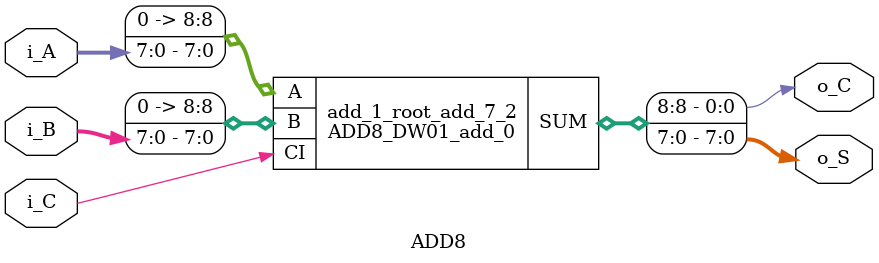
<source format=v>


module ADD8_DW01_add_0 ( A, B, CI, SUM, CO );
  input [8:0] A;
  input [8:0] B;
  output [8:0] SUM;
  input CI;
  output CO;

  wire   [8:1] carry;

  FA_X1 U1_7 ( .A(A[7]), .B(B[7]), .CI(carry[7]), .CO(SUM[8]), .S(SUM[7]) );
  FA_X1 U1_6 ( .A(A[6]), .B(B[6]), .CI(carry[6]), .CO(carry[7]), .S(SUM[6]) );
  FA_X1 U1_5 ( .A(A[5]), .B(B[5]), .CI(carry[5]), .CO(carry[6]), .S(SUM[5]) );
  FA_X1 U1_4 ( .A(A[4]), .B(B[4]), .CI(carry[4]), .CO(carry[5]), .S(SUM[4]) );
  FA_X1 U1_3 ( .A(A[3]), .B(B[3]), .CI(carry[3]), .CO(carry[4]), .S(SUM[3]) );
  FA_X1 U1_2 ( .A(A[2]), .B(B[2]), .CI(carry[2]), .CO(carry[3]), .S(SUM[2]) );
  FA_X1 U1_1 ( .A(A[1]), .B(B[1]), .CI(carry[1]), .CO(carry[2]), .S(SUM[1]) );
  FA_X1 U1_0 ( .A(A[0]), .B(B[0]), .CI(CI), .CO(carry[1]), .S(SUM[0]) );
endmodule


module ADD8 ( i_A, i_B, i_C, o_S, o_C );
  input [7:0] i_A;
  input [7:0] i_B;
  output [7:0] o_S;
  input i_C;
  output o_C;


  ADD8_DW01_add_0 add_1_root_add_7_2 ( .A({1'b0, i_A}), .B({1'b0, i_B}), .CI(
        i_C), .SUM({o_C, o_S}) );
endmodule


</source>
